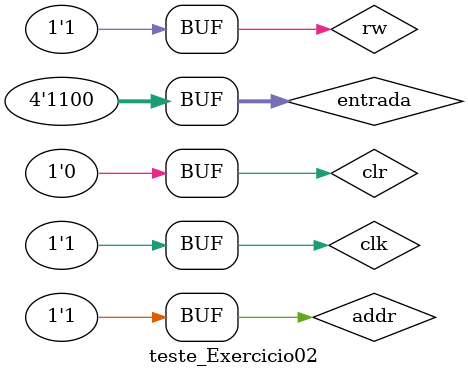
<source format=v>

	
	`include "Exercicio01.v" 
    
	 module Mux (output saida, input ent1, input ent2, input chave);
		
		wire [1:0] s;
		wire snot;
		
        not NOT0 (snot, chave);
		  and AND0 (s[0], ent1, snot);
		  and AND1 (s[1], ent2, chave);  
		  or OR0 (saida, s[0], s[1]);
		  		  
       endmodule // Mux
		 
// -------------------------------

     module Demux (output saida0, output saida1, input chave);
		
		wire snot;
		
        not NOT0 (snot, chave);
		  and AND0 (saida0, 1, snot);
		  and AND1 (saida1, 1, chave);  
		  		  
       endmodule // Demux 	


		
//-----------------------------------
//--- RAM 2x4
//-----------------------------------		
		
		module Exercicio02(output [3:0]saida, input [3:0]inp, input clk, input addr, input rw,  input clr );
				
		wire s1, s2;
		wire [3:0]saida1; 
		wire [3:0]saida2; 
		
			
		Demux dmx (s1,s2, addr);
		
		Exercicio01 mem1(saida1, inp, clk, s1, rw, clr);
		Exercicio01 mem2(saida2, inp, clk, s2, rw, clr);	
		
		Mux MUX1 (saida[0], saida1[0], saida2[0], addr);
		Mux MUX2 (saida[1], saida1[1], saida2[1], addr);
		Mux MUX3 (saida[2], saida1[2], saida2[2], addr);
		Mux MUX4 (saida[3], saida1[3], saida2[3], addr);
		
endmodule	

// ------------------------- 
// -- teste
// -------------------------
    
	  module teste_Exercicio02; 

// ------------------------- definir dados 
    
	  reg [3:0]entrada;
	  reg clk;
	  reg addr;
	  reg rw;
	  reg clr; 
	  wire [3:0]saida;
	 
// ------------------------- instancia 
	 
     Exercicio02 mod1 (saida, entrada, clk, addr, rw, clr);
	  
// ------------------------- parte principal 
    
	 initial begin

      $display("Entrada\tClk\tAddr\tR/W\tClr\tSaida\n");
		 #1 entrada = 1110;  clk = 1;  addr = 0;  rw = 1;  clr = 1;
		$monitor("%4b\t%1b\t%1b\t%1b\t%1b\t%4b",entrada, clk, addr, rw, clr, saida);
		 #1 entrada = 1101;  clk = 0;  addr = 1;  rw = 1;  clr = 0;
		 #1 entrada = 1100;  clk = 1;  addr = 1;  rw = 1;  clr = 0;
		 

     end		 
	endmodule 
			 
</source>
